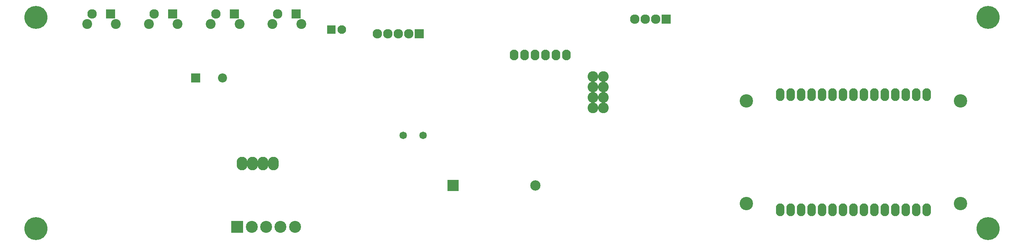
<source format=gbr>
G04 DipTrace 5.1.0.1*
G04 Âåðõíÿìàñêà.gbr*
%MOMM*%
G04 #@! TF.FileFunction,Soldermask,Top*
G04 #@! TF.Part,Single*
%ADD21R,2.3X2.3*%
%ADD22C,2.3*%
%ADD26R,2.2X2.2*%
%ADD50C,3.25*%
%ADD59C,1.8192*%
%ADD61O,2.1X3.1*%
%ADD63O,2.1X2.6*%
%ADD65C,2.6*%
%ADD76C,2.4*%
%ADD81C,2.1*%
%ADD83R,2.1X2.1*%
%ADD85C,5.6*%
%ADD87C,2.2*%
%ADD92C,2.5*%
%ADD93R,2.8X2.8*%
%ADD95O,2.6X3.3*%
%ADD97C,2.9*%
%ADD98R,2.9X2.9*%
%FSLAX35Y35*%
G04*
G71*
G90*
G75*
G01*
G04 TopMask*
%LPD*%
D98*
X6296757Y1346670D3*
D97*
X6646757D3*
X6996757D3*
X7346757D3*
X7696757D3*
D95*
X7175537Y2889501D3*
X6921537Y2889494D3*
X6667537Y2889486D3*
X6413537Y2889479D3*
D21*
X10711483Y6048252D3*
D22*
X10457483D3*
X10203483D3*
X9949483D3*
X9695483D3*
D21*
X16712233Y6398393D3*
D22*
X16458233D3*
X16204233D3*
X15950233D3*
D93*
X11536983Y2350270D3*
D92*
X13536983D3*
D26*
X5287120Y4968750D3*
D87*
X5937120D3*
D85*
X1408757Y6446070D3*
Y1302570D3*
X24522757Y6446070D3*
Y1302570D3*
D83*
X8584233Y6144393D3*
D81*
X8838233D3*
D22*
X2775000Y6527500D3*
D21*
X3225000D3*
D76*
X2650000Y6277500D3*
X3350000D3*
D22*
X4275000Y6527500D3*
D21*
X4725000D3*
D76*
X4150000Y6277500D3*
X4850000D3*
D22*
X5775000Y6527500D3*
D21*
X6225000D3*
D76*
X5650000Y6277500D3*
X6350000D3*
D22*
X7275000Y6527500D3*
D21*
X7725000D3*
D76*
X7150000Y6277500D3*
X7850000D3*
D65*
X14934233Y4239393D3*
Y4493393D3*
Y4747393D3*
Y5001393D3*
X15188233Y4239393D3*
Y4493393D3*
Y4747393D3*
Y5001393D3*
D63*
X13013358Y5525268D3*
X13267358D3*
X13521358D3*
X13775358D3*
X14029358Y5525218D3*
X14283358Y5525242D3*
D61*
X19474483Y4559893D3*
X19728483D3*
X21252483D3*
X21506483D3*
X22268483D3*
X22522483D3*
X23030483D3*
X22522483Y1759893D3*
X22268483D3*
X22014483D3*
X21760483D3*
X21506483D3*
X21252483D3*
X20236483D3*
X20490483D3*
X19982483D3*
X19728483D3*
X19474483D3*
X19982483Y4559893D3*
X20236483D3*
X20490483D3*
X20744483D3*
X20998483D3*
X21760483D3*
X22014483D3*
X22776483D3*
X23030483Y1759893D3*
X22776483D3*
X20998483D3*
X20744483D3*
D50*
X23852483Y4409893D3*
X18652483D3*
Y1909893D3*
X23852483D3*
D59*
X10809910Y3575817D3*
X10327310D3*
M02*

</source>
